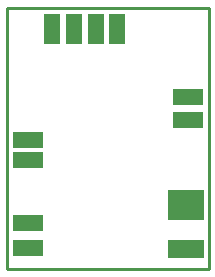
<source format=gbs>
G75*
G70*
%OFA0B0*%
%FSLAX24Y24*%
%IPPOS*%
%LPD*%
%AMOC8*
5,1,8,0,0,1.08239X$1,22.5*
%
%ADD10C,0.0100*%
%ADD11R,0.1221X0.0985*%
%ADD12R,0.1221X0.0631*%
%ADD13R,0.0540X0.1040*%
%ADD14R,0.1040X0.0540*%
D10*
X000150Y000150D02*
X000150Y008850D01*
X006892Y008850D01*
X006892Y000150D01*
X000150Y000150D01*
D11*
X006119Y002291D03*
D12*
X006119Y000814D03*
D13*
X003829Y008143D03*
X003119Y008143D03*
X002389Y008143D03*
X001659Y008143D03*
D14*
X000859Y004433D03*
X000859Y003783D03*
X000859Y001683D03*
X000869Y000853D03*
X006199Y005123D03*
X006199Y005883D03*
M02*

</source>
